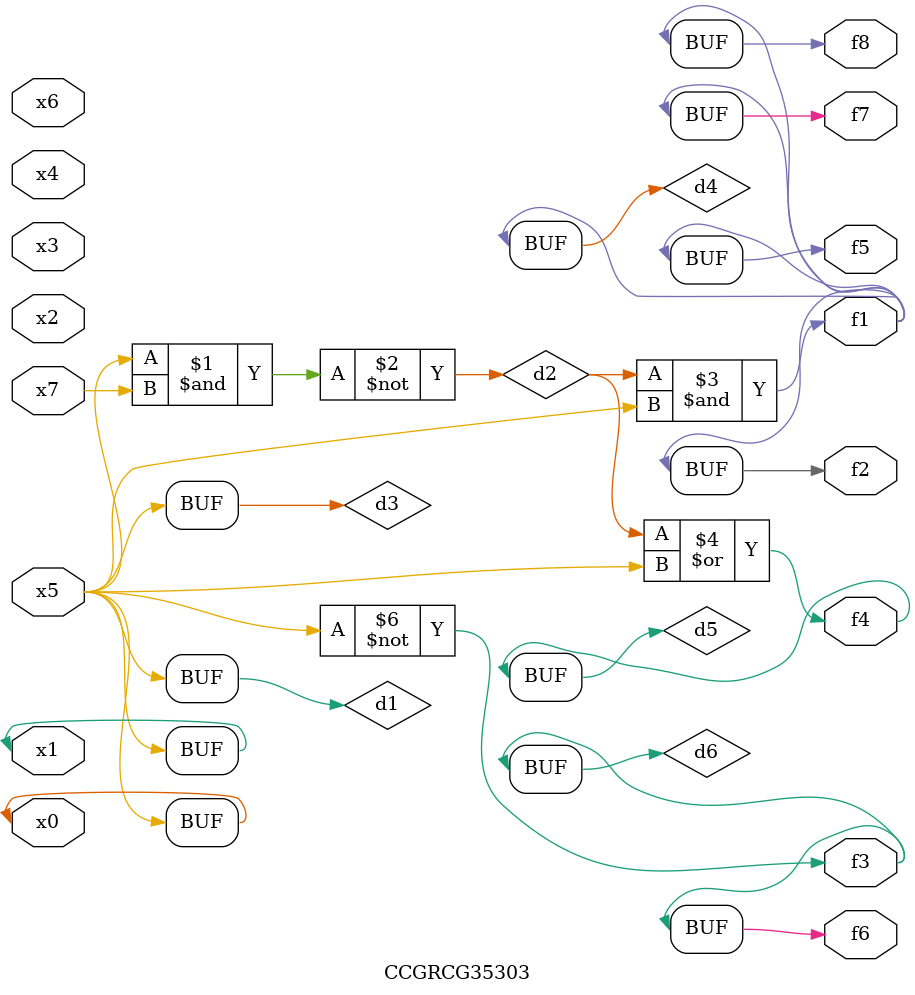
<source format=v>
module CCGRCG35303(
	input x0, x1, x2, x3, x4, x5, x6, x7,
	output f1, f2, f3, f4, f5, f6, f7, f8
);

	wire d1, d2, d3, d4, d5, d6;

	buf (d1, x0, x5);
	nand (d2, x5, x7);
	buf (d3, x0, x1);
	and (d4, d2, d3);
	or (d5, d2, d3);
	nor (d6, d1, d3);
	assign f1 = d4;
	assign f2 = d4;
	assign f3 = d6;
	assign f4 = d5;
	assign f5 = d4;
	assign f6 = d6;
	assign f7 = d4;
	assign f8 = d4;
endmodule

</source>
